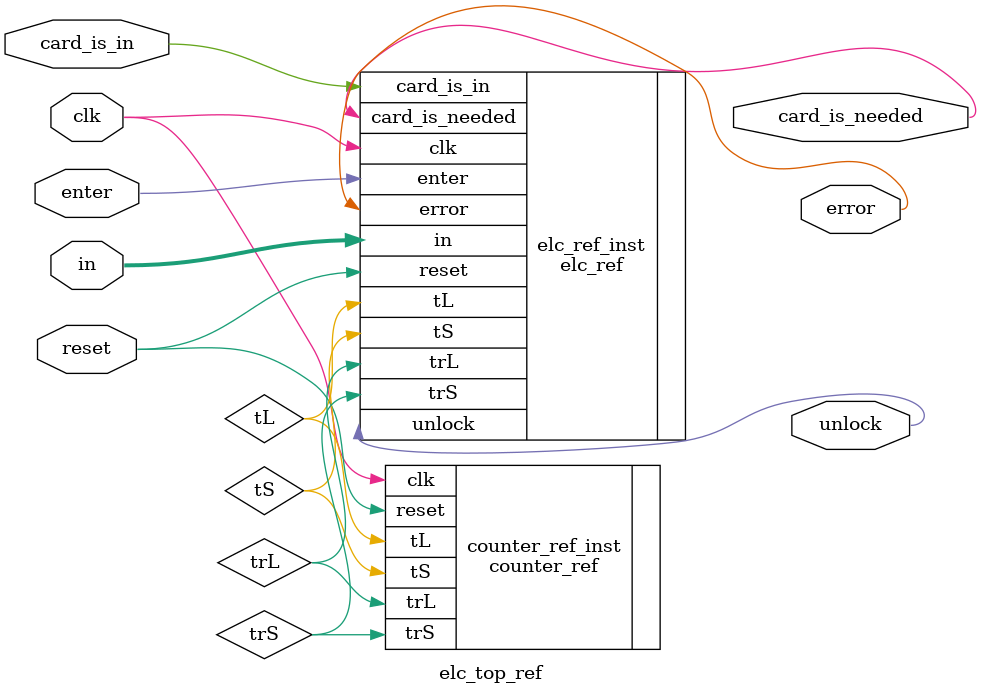
<source format=v>
module elc_top_ref(
        input clk,
        input reset,
        input [2:0] in,
        input card_is_in,
        input enter,
        output unlock,
        output error,
        output card_is_needed);

        wire trL, trS, tL, tS;

        parameter [5:0] lvalue = 5;
        parameter [5:0] svalue = 10;
        parameter [2:0] code = 3'b010;

        counter_ref #( .lvalue(lvalue),.svalue(svalue)) counter_ref_inst(
		.clk(clk),
		.reset(reset),
		.trL(trL),
		.trS(trS),
		.tL(tL),
		.tS(tS)
                );

                
        elc_ref #(.code(code)) elc_ref_inst(
		.clk(clk),
		.reset(reset),
		.in(in),
                .card_is_in(card_is_in),
                .enter(enter),
		.tL(tL),
		.tS(tS),
		.trL(trL),
		.trS(trS),
                .unlock(unlock),
                .error(error),
                .card_is_needed(card_is_needed)
                );

endmodule

</source>
